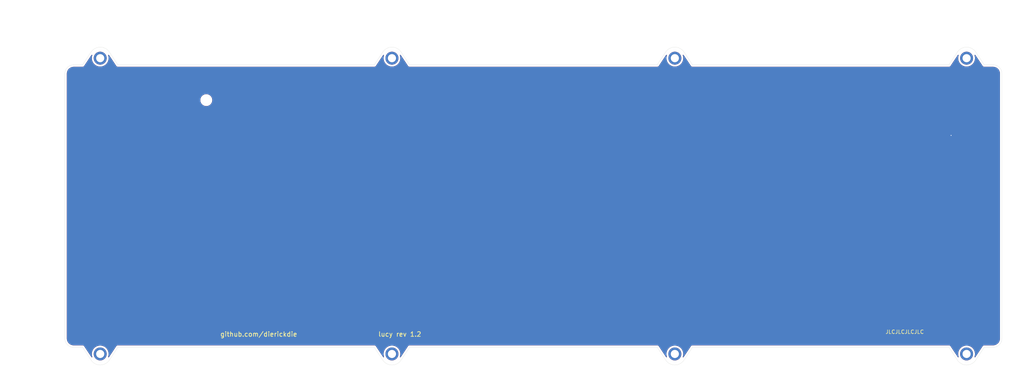
<source format=kicad_pcb>
(kicad_pcb (version 20171130) (host pcbnew "(5.1.4-0)")
  (layers (0 F.Cu signal) (31 B.Cu signal) (34 B.Paste user) (35 F.Paste user) (36 B.SilkS user) (37 F.SilkS user) (38 B.Mask user) (39 F.Mask user) (44 Edge.Cuts user))
  (net 0 "")
  (net 1 GND)
  (module Resistor_SMD:R_0603_1608Metric_Pad1.05x0.95mm_HandSolder (layer F.Cu) (at 388.765689 59.518904)
    (fp_text reference R1)
    (fp_text value R_Small)
    (pad 2 smd roundrect (at 0.875 0) (size 1.05 0.95) (layers F.Cu F.Paste F.Mask))
    (pad 1 smd roundrect (at -0.875 0) (size 1.05 0.95) (layers F.Cu F.Paste F.Mask) (net 1 GND))
  )
  (module random-keyboard-parts:Generic-Mounthole (layer F.Cu) (at 310.779634 118.454824)
    (fp_text reference H6)
    (fp_text value MountingHole)
    (pad 1 thru_hole circle (at 0 0) (size 3.5 3.5) (drill 2.2) (layers *.Cu *.Mask))
  )
  (module random-keyboard-parts:Generic-Mounthole (layer F.Cu) (at 310.779701 38.682951)
    (fp_text reference H5)
    (fp_text value MountingHole)
    (pad 1 thru_hole circle (at 0 0) (size 3.5 3.5) (drill 2.2) (layers *.Cu *.Mask))
  )
  (module random-keyboard-parts:Generic-Mounthole (layer F.Cu) (at 234.579607 118.454824)
    (fp_text reference H4)
    (fp_text value MountingHole)
    (pad 1 thru_hole circle (at 0 0) (size 3.5 3.5) (drill 2.2) (layers *.Cu *.Mask))
  )
  (module random-keyboard-parts:Generic-Mounthole (layer F.Cu) (at 234.579608 38.683016)
    (fp_text reference H3)
    (fp_text value MountingHole)
    (pad 1 thru_hole circle (at 0 0) (size 3.5 3.5) (drill 2.2) (layers *.Cu *.Mask))
  )
  (module random-keyboard-parts:Generic-Mounthole (layer F.Cu) (at 155.998315 118.454824)
    (fp_text reference H2)
    (fp_text value MountingHole)
    (pad 1 thru_hole circle (at 0 0) (size 3.5 3.5) (drill 2.2) (layers *.Cu *.Mask))
  )
  (module random-keyboard-parts:Generic-Mounthole (layer F.Cu) (at 155.998514 38.683016)
    (fp_text reference H1)
    (fp_text value MountingHole)
    (pad 1 thru_hole circle (at 0 0) (size 3.5 3.5) (drill 2.2) (layers *.Cu *.Mask))
  )
  (module random-keyboard-parts:Generic-Mounthole (layer F.Cu) (at 389.360818 38.683016)
    (fp_text reference H7)
    (fp_text value MountingHole)
    (pad 1 thru_hole circle (at 0 0) (size 3.5 3.5) (drill 2.2) (layers *.Cu *.Mask))
  )
  (module random-keyboard-parts:Generic-Mounthole (layer F.Cu) (at 389.360818 118.454824)
    (fp_text reference H8)
    (fp_text value MountingHole)
    (pad 1 thru_hole circle (at 0 0) (size 3.5 3.5) (drill 2.2) (layers *.Cu *.Mask))
  )
  (module random-keyboard-parts:Generic-Mounthole (layer F.Cu) (at 184.57349 49.993944)
    (fp_text reference H12)
    (fp_text value MountingHole)
    (pad "" np_thru_hole circle (at 0 0) (size 2.2 2.2) (drill 2.2) (layers *.Cu *.Mask))
  )
  (module Keeb_footprints:MX100_outline (layer F.Cu) (at 389.36137 69.04388)
    (fp_text reference U53)
    (fp_text value HOLE)
  )
  (module Keeb_footprints:MX100_outline (layer F.Cu) (at 389.33601 107.1567)
    (fp_text reference U61)
    (fp_text value HOLE)
  )
  (module Keeb_footprints:MX100_outline (layer F.Cu) (at 389.33601 50.00646)
    (fp_text reference U49)
    (fp_text value HOLE)
  )
  (module Keeb_footprints:MX100_outline (layer F.Cu) (at 389.361002 88.10662)
    (fp_text reference U57)
    (fp_text value HOLE)
  )
  (module Keeb_footprints:MX100_outline (layer F.Cu) (at 365.52341 107.1567)
    (fp_text reference U48)
    (fp_text value HOLE)
  )
  (module Keeb_footprints:MX100_outline (layer F.Cu) (at 346.47333 107.16)
    (fp_text reference U47)
    (fp_text value HOLE)
  )
  (module Keeb_footprints:MX100_outline (layer F.Cu) (at 327.42325 107.1567)
    (fp_text reference U46)
    (fp_text value HOLE)
  )
  (module Keeb_footprints:MX100_outline (layer F.Cu) (at 308.37317 107.1567)
    (fp_text reference U45)
    (fp_text value HOLE)
  )
  (module Keeb_footprints:MX100_outline (layer F.Cu) (at 289.32309 107.1567)
    (fp_text reference U44)
    (fp_text value HOLE)
  )
  (module Keeb_footprints:MX100_outline (layer F.Cu) (at 270.27301 107.1567)
    (fp_text reference U43)
    (fp_text value HOLE)
  )
  (module Keeb_footprints:MX100_outline (layer F.Cu) (at 251.22293 107.1567)
    (fp_text reference U42)
    (fp_text value HOLE)
  )
  (module Keeb_footprints:MX100_outline (layer F.Cu) (at 251.22293 88.10662)
    (fp_text reference U30)
    (fp_text value HOLE)
  )
  (module Keeb_footprints:MX100_outline (layer F.Cu) (at 232.17285 88.10662)
    (fp_text reference U29)
    (fp_text value HOLE)
  )
  (module Keeb_footprints:MX100_outline (layer F.Cu) (at 213.12277 88.10662)
    (fp_text reference U28)
    (fp_text value HOLE)
  )
  (module Keeb_footprints:MX100_outline (layer F.Cu) (at 194.07269 88.10662)
    (fp_text reference U27)
    (fp_text value HOLE)
  )
  (module Keeb_footprints:MX100_outline (layer F.Cu) (at 175.02261 88.10662)
    (fp_text reference U26)
    (fp_text value HOLE)
  )
  (module Keeb_footprints:MX100_outline (layer F.Cu) (at 155.97253 88.10662)
    (fp_text reference U25)
    (fp_text value HOLE)
  )
  (module Keeb_footprints:MX100_outline (layer F.Cu) (at 365.52341 69.05654)
    (fp_text reference U24)
    (fp_text value HOLE)
  )
  (module Keeb_footprints:MX100_outline (layer F.Cu) (at 232.17285 107.1567)
    (fp_text reference U41)
    (fp_text value HOLE)
  )
  (module Keeb_footprints:MX100_outline (layer F.Cu) (at 213.12277 107.1567)
    (fp_text reference U40)
    (fp_text value HOLE)
  )
  (module Keeb_footprints:MX100_outline (layer F.Cu) (at 194.07269 107.1567)
    (fp_text reference U39)
    (fp_text value HOLE)
  )
  (module Keeb_footprints:MX100_outline (layer F.Cu) (at 175.02261 107.1567)
    (fp_text reference U38)
    (fp_text value HOLE)
  )
  (module Keeb_footprints:MX100_outline (layer F.Cu) (at 155.97253 107.1567)
    (fp_text reference U37)
    (fp_text value HOLE)
  )
  (module Keeb_footprints:MX100_outline (layer F.Cu) (at 365.52341 88.10662)
    (fp_text reference U36)
    (fp_text value HOLE)
  )
  (module Keeb_footprints:MX100_outline (layer F.Cu) (at 346.47333 88.10662)
    (fp_text reference U35)
    (fp_text value HOLE)
  )
  (module Keeb_footprints:MX100_outline (layer F.Cu) (at 327.42325 88.10662)
    (fp_text reference U34)
    (fp_text value HOLE)
  )
  (module Keeb_footprints:MX100_outline (layer F.Cu) (at 308.37317 88.10662)
    (fp_text reference U33)
    (fp_text value HOLE)
  )
  (module Keeb_footprints:MX100_outline (layer F.Cu) (at 289.32309 88.10662)
    (fp_text reference U32)
    (fp_text value HOLE)
  )
  (module Keeb_footprints:MX100_outline (layer F.Cu) (at 270.27301 88.10662)
    (fp_text reference U31)
    (fp_text value HOLE)
  )
  (module Keeb_footprints:MX100_outline (layer F.Cu) (at 346.47333 69.05654)
    (fp_text reference U23)
    (fp_text value HOLE)
  )
  (module Keeb_footprints:MX100_outline (layer F.Cu) (at 327.42325 69.05654)
    (fp_text reference U22)
    (fp_text value HOLE)
  )
  (module Keeb_footprints:MX100_outline (layer F.Cu) (at 308.37317 69.05654)
    (fp_text reference U21)
    (fp_text value HOLE)
  )
  (module Keeb_footprints:MX100_outline (layer F.Cu) (at 289.32309 69.05654)
    (fp_text reference U20)
    (fp_text value HOLE)
  )
  (module Keeb_footprints:MX100_outline (layer F.Cu) (at 270.27301 69.05654)
    (fp_text reference U19)
    (fp_text value HOLE)
  )
  (module Keeb_footprints:MX100_outline (layer F.Cu) (at 251.22293 69.05654)
    (fp_text reference U18)
    (fp_text value HOLE)
  )
  (module Keeb_footprints:MX100_outline (layer F.Cu) (at 232.17285 69.05654)
    (fp_text reference U17)
    (fp_text value HOLE)
  )
  (module Keeb_footprints:MX100_outline (layer F.Cu) (at 213.12277 69.05654)
    (fp_text reference U16)
    (fp_text value HOLE)
  )
  (module Keeb_footprints:MX100_outline (layer F.Cu) (at 194.07269 69.05654)
    (fp_text reference U15)
    (fp_text value HOLE)
  )
  (module Keeb_footprints:MX100_outline (layer F.Cu) (at 175.02261 69.05654)
    (fp_text reference U14)
    (fp_text value HOLE)
  )
  (module Keeb_footprints:MX100_outline (layer F.Cu) (at 155.97253 69.05654)
    (fp_text reference U13)
    (fp_text value HOLE)
  )
  (module Keeb_footprints:MX100_outline (layer F.Cu) (at 365.52341 50.00646)
    (fp_text reference U12)
    (fp_text value HOLE)
  )
  (module Keeb_footprints:MX100_outline (layer F.Cu) (at 346.47333 50.00646)
    (fp_text reference U11)
    (fp_text value HOLE)
  )
  (module Keeb_footprints:MX100_outline (layer F.Cu) (at 327.42325 50.00646)
    (fp_text reference U10)
    (fp_text value HOLE)
  )
  (module Keeb_footprints:MX100_outline (layer F.Cu) (at 308.37317 50.00646)
    (fp_text reference U9)
    (fp_text value HOLE)
  )
  (module Keeb_footprints:MX100_outline (layer F.Cu) (at 289.32309 50.00646)
    (fp_text reference U8)
    (fp_text value HOLE)
  )
  (module Keeb_footprints:MX100_outline (layer F.Cu) (at 270.27301 50.00646)
    (fp_text reference U7)
    (fp_text value HOLE)
  )
  (module Keeb_footprints:MX100_outline (layer F.Cu) (at 251.22293 50.00646)
    (fp_text reference U6)
    (fp_text value HOLE)
  )
  (module Keeb_footprints:MX100_outline (layer F.Cu) (at 232.17285 50.00646)
    (fp_text reference U5)
    (fp_text value HOLE)
  )
  (module Keeb_footprints:MX100_outline (layer F.Cu) (at 213.12277 50.00646)
    (fp_text reference U4)
    (fp_text value HOLE)
  )
  (module Keeb_footprints:MX100_outline (layer F.Cu) (at 194.07269 50.00646)
    (fp_text reference U3)
    (fp_text value HOLE)
  )
  (module Keeb_footprints:MX100_outline (layer F.Cu) (at 175.02261 50.00646)
    (fp_text reference U2)
    (fp_text value HOLE)
  )
  (module Keeb_footprints:MX100_outline (layer F.Cu) (at 155.97253 50.00646)
    (fp_text reference U1)
    (fp_text value HOLE)
  )
  (gr_arc (start 310.779634 118.454824) (end 308.398386 120.24076) (angle -106.2602047) (layer Edge.Cuts) (width 0.05))
  (gr_line (start 308.398386 120.24076) (end 306.017138 116.668888) (layer Edge.Cuts) (width 0.05))
  (gr_line (start 313.160882 120.24076) (end 315.54213 116.668888) (layer Edge.Cuts) (width 0.05))
  (gr_arc (start 234.579698 118.454824) (end 232.19845 120.24076) (angle -106.2602047) (layer Edge.Cuts) (width 0.05))
  (gr_line (start 232.19845 120.24076) (end 229.817202 116.668888) (layer Edge.Cuts) (width 0.05))
  (gr_line (start 236.960946 120.24076) (end 239.342194 116.668888) (layer Edge.Cuts) (width 0.05))
  (gr_arc (start 155.998514 118.454824) (end 153.617266 120.24076) (angle -106.2602047) (layer Edge.Cuts) (width 0.05))
  (gr_line (start 153.617266 120.24076) (end 151.236018 116.668888) (layer Edge.Cuts) (width 0.05))
  (gr_line (start 158.379762 120.24076) (end 160.76101 116.668888) (layer Edge.Cuts) (width 0.05))
  (gr_arc (start 155.998514 38.683016) (end 158.379762 36.89708) (angle -106.2602047) (layer Edge.Cuts) (width 0.05))
  (gr_line (start 158.379762 36.89708) (end 160.76101 40.468952) (layer Edge.Cuts) (width 0.05))
  (gr_line (start 153.617266 36.89708) (end 151.236018 40.468952) (layer Edge.Cuts) (width 0.05))
  (gr_arc (start 234.579698 38.683016) (end 236.960946 36.89708) (angle -106.2602047) (layer Edge.Cuts) (width 0.05))
  (gr_line (start 236.960946 36.89708) (end 239.342194 40.468952) (layer Edge.Cuts) (width 0.05))
  (gr_line (start 232.19845 36.89708) (end 229.817202 40.468952) (layer Edge.Cuts) (width 0.05))
  (gr_arc (start 310.779634 38.683016) (end 313.160882 36.89708) (angle -106.2602047) (layer Edge.Cuts) (width 0.05))
  (gr_line (start 313.160882 36.89708) (end 315.54213 40.468952) (layer Edge.Cuts) (width 0.05))
  (gr_line (start 308.398386 36.89708) (end 306.017138 40.468952) (layer Edge.Cuts) (width 0.05))
  (gr_arc (start 389.360818 38.683016) (end 391.742066 36.89708) (angle -106.2602047) (layer Edge.Cuts) (width 0.05))
  (gr_line (start 391.742066 36.89708) (end 394.123314 40.468952) (layer Edge.Cuts) (width 0.05))
  (gr_line (start 386.97957 36.89708) (end 384.598322 40.468952) (layer Edge.Cuts) (width 0.05))
  (gr_line (start 386.97957 120.24076) (end 384.598322 116.668888) (layer Edge.Cuts) (width 0.05))
  (gr_line (start 391.742066 120.24076) (end 394.123314 116.668888) (layer Edge.Cuts) (width 0.05))
  (gr_arc (start 389.360818 118.454824) (end 386.97957 120.24076) (angle -106.2602047) (layer Edge.Cuts) (width 0.05))
  (gr_arc (start 148.85455 42.85014) (end 148.85455 40.46888) (angle -90) (layer Edge.Cuts) (width 0.05))
  (gr_line (start 151.236018 40.468952) (end 148.85455 40.46888) (layer Edge.Cuts) (width 0.05))
  (gr_line (start 394.123314 116.668888) (end 396.50515 116.66908) (layer Edge.Cuts) (width 0.05))
  (gr_line (start 315.54219 116.669016) (end 384.598322 116.668888) (layer Edge.Cuts) (width 0.05))
  (gr_line (start 239.342194 116.668888) (end 306.017138 116.669016) (layer Edge.Cuts) (width 0.05))
  (gr_line (start 160.76101 116.669016) (end 229.817202 116.668888) (layer Edge.Cuts) (width 0.05))
  (gr_line (start 148.85411 116.66908) (end 151.236018 116.668888) (layer Edge.Cuts) (width 0.05))
  (gr_line (start 146.47285 42.85014) (end 146.47285 114.28782) (layer Edge.Cuts) (width 0.05))
  (gr_line (start 229.817202 40.468952) (end 160.76101 40.468952) (layer Edge.Cuts) (width 0.05))
  (gr_line (start 306.017138 40.468888) (end 239.342194 40.468952) (layer Edge.Cuts) (width 0.05))
  (gr_line (start 384.598322 40.468952) (end 315.54213 40.468952) (layer Edge.Cuts) (width 0.05))
  (gr_line (start 396.50515 40.46876) (end 394.123314 40.468952) (layer Edge.Cuts) (width 0.05))
  (gr_line (start 398.88641 114.28782) (end 398.88641 42.85002) (layer Edge.Cuts) (width 0.05))
  (gr_arc (start 396.50515 42.85002) (end 398.88641 42.85002) (angle -90) (layer Edge.Cuts) (width 0.05))
  (gr_arc (start 396.50515 114.28782) (end 396.50515 116.66908) (angle -90) (layer Edge.Cuts) (width 0.05))
  (gr_arc (start 148.85411 114.28782) (end 146.47285 114.28782) (angle -90) (layer Edge.Cuts) (width 0.05))
  (gr_text JLCJLCJLCJLC (at 372.692082 112.501704) (layer F.SilkS) (effects (font (size 1 1))))
  (gr_text github.com/dierickdie (at 198.702248 113.136076) (layer F.SilkS) (effects (font (size 1.25 1.25) (thickness 0.2))))
  (gr_text "lucy rev 1.2" (at 236.702148 113.136076) (layer F.SilkS) (effects (font (size 1.25 1.25) (thickness 0.2))))
  (via (at 385.194165 59.51884) (size 0.5) (drill 0.25) (layers F.Cu B.Cu) (net 1))
  (segment (start 387.71137 59.51884) (end 385.194165 59.51884) (width 0.25) (layer F.Cu) (net 1))
  (zone (net 1) (net_name GND) (layer B.Cu) (connect_pads (clearance 0.508)) (min_thickness 0.254) (fill yes (arc_segments 32) (thermal_gap 0.508) (thermal_bridge_width 0.508))
    (polygon (pts (xy 404.83956 34.51561) (xy 404.83956 123.81286) (xy 142.90096 123.81286) (xy 142.90096 34.51561)))
  )
  (zone (net 1) (net_name GND) (layer F.Cu) (connect_pads (clearance 0.508)) (min_thickness 0.254) (fill yes (arc_segments 32) (thermal_gap 0.508) (thermal_bridge_width 0.508))
    (polygon (pts (xy 404.83956 34.51561) (xy 404.83956 123.81286) (xy 142.90096 123.81286) (xy 142.90096 34.51561)))
  )
)
</source>
